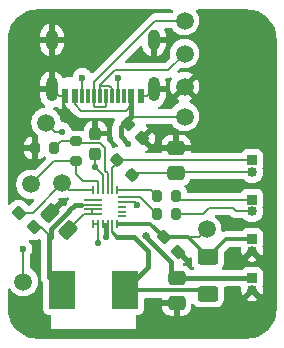
<source format=gbr>
%TF.GenerationSoftware,KiCad,Pcbnew,9.0.6*%
%TF.CreationDate,2025-12-26T02:16:26-08:00*%
%TF.ProjectId,NVG Monocular,4e564720-4d6f-46e6-9f63-756c61722e6b,rev?*%
%TF.SameCoordinates,Original*%
%TF.FileFunction,Copper,L1,Top*%
%TF.FilePolarity,Positive*%
%FSLAX46Y46*%
G04 Gerber Fmt 4.6, Leading zero omitted, Abs format (unit mm)*
G04 Created by KiCad (PCBNEW 9.0.6) date 2025-12-26 02:16:26*
%MOMM*%
%LPD*%
G01*
G04 APERTURE LIST*
G04 Aperture macros list*
%AMRoundRect*
0 Rectangle with rounded corners*
0 $1 Rounding radius*
0 $2 $3 $4 $5 $6 $7 $8 $9 X,Y pos of 4 corners*
0 Add a 4 corners polygon primitive as box body*
4,1,4,$2,$3,$4,$5,$6,$7,$8,$9,$2,$3,0*
0 Add four circle primitives for the rounded corners*
1,1,$1+$1,$2,$3*
1,1,$1+$1,$4,$5*
1,1,$1+$1,$6,$7*
1,1,$1+$1,$8,$9*
0 Add four rect primitives between the rounded corners*
20,1,$1+$1,$2,$3,$4,$5,0*
20,1,$1+$1,$4,$5,$6,$7,0*
20,1,$1+$1,$6,$7,$8,$9,0*
20,1,$1+$1,$8,$9,$2,$3,0*%
G04 Aperture macros list end*
%TA.AperFunction,SMDPad,CuDef*%
%ADD10C,1.500000*%
%TD*%
%TA.AperFunction,SMDPad,CuDef*%
%ADD11RoundRect,0.237500X-0.380070X0.044194X0.044194X-0.380070X0.380070X-0.044194X-0.044194X0.380070X0*%
%TD*%
%TA.AperFunction,SMDPad,CuDef*%
%ADD12RoundRect,0.250000X-0.475000X0.337500X-0.475000X-0.337500X0.475000X-0.337500X0.475000X0.337500X0*%
%TD*%
%TA.AperFunction,SMDPad,CuDef*%
%ADD13RoundRect,0.237500X-0.344715X0.008839X0.008839X-0.344715X0.344715X-0.008839X-0.008839X0.344715X0*%
%TD*%
%TA.AperFunction,SMDPad,CuDef*%
%ADD14RoundRect,0.200000X0.200000X0.275000X-0.200000X0.275000X-0.200000X-0.275000X0.200000X-0.275000X0*%
%TD*%
%TA.AperFunction,SMDPad,CuDef*%
%ADD15R,1.498600X0.203200*%
%TD*%
%TA.AperFunction,SMDPad,CuDef*%
%ADD16R,0.203200X0.711200*%
%TD*%
%TA.AperFunction,SMDPad,CuDef*%
%ADD17R,0.711200X0.203200*%
%TD*%
%TA.AperFunction,SMDPad,CuDef*%
%ADD18RoundRect,0.237500X0.237500X-0.300000X0.237500X0.300000X-0.237500X0.300000X-0.237500X-0.300000X0*%
%TD*%
%TA.AperFunction,ComponentPad*%
%ADD19R,0.850000X0.850000*%
%TD*%
%TA.AperFunction,ComponentPad*%
%ADD20C,0.850000*%
%TD*%
%TA.AperFunction,SMDPad,CuDef*%
%ADD21RoundRect,0.200000X-0.200000X-0.275000X0.200000X-0.275000X0.200000X0.275000X-0.200000X0.275000X0*%
%TD*%
%TA.AperFunction,SMDPad,CuDef*%
%ADD22RoundRect,0.250000X-0.625000X0.400000X-0.625000X-0.400000X0.625000X-0.400000X0.625000X0.400000X0*%
%TD*%
%TA.AperFunction,SMDPad,CuDef*%
%ADD23RoundRect,0.250000X0.574524X0.097227X0.097227X0.574524X-0.574524X-0.097227X-0.097227X-0.574524X0*%
%TD*%
%TA.AperFunction,SMDPad,CuDef*%
%ADD24RoundRect,0.250000X0.475000X-0.337500X0.475000X0.337500X-0.475000X0.337500X-0.475000X-0.337500X0*%
%TD*%
%TA.AperFunction,SMDPad,CuDef*%
%ADD25RoundRect,0.200000X0.275000X-0.200000X0.275000X0.200000X-0.275000X0.200000X-0.275000X-0.200000X0*%
%TD*%
%TA.AperFunction,SMDPad,CuDef*%
%ADD26R,2.235200X3.175000*%
%TD*%
%TA.AperFunction,SMDPad,CuDef*%
%ADD27R,0.600000X1.150000*%
%TD*%
%TA.AperFunction,SMDPad,CuDef*%
%ADD28R,0.300000X1.150000*%
%TD*%
%TA.AperFunction,ComponentPad*%
%ADD29O,1.000000X2.100000*%
%TD*%
%TA.AperFunction,ComponentPad*%
%ADD30O,1.000000X1.800000*%
%TD*%
%TA.AperFunction,ViaPad*%
%ADD31C,0.600000*%
%TD*%
%TA.AperFunction,ViaPad*%
%ADD32C,0.533400*%
%TD*%
%TA.AperFunction,ViaPad*%
%ADD33C,0.635000*%
%TD*%
%TA.AperFunction,Conductor*%
%ADD34C,0.200000*%
%TD*%
%TA.AperFunction,Conductor*%
%ADD35C,0.304800*%
%TD*%
%TA.AperFunction,Conductor*%
%ADD36C,0.177800*%
%TD*%
%TA.AperFunction,Conductor*%
%ADD37C,0.381000*%
%TD*%
%TA.AperFunction,Conductor*%
%ADD38C,0.254000*%
%TD*%
G04 APERTURE END LIST*
D10*
%TO.P,TP8,1,1*%
%TO.N,Net-(U1-VRNTC)*%
X140208000Y-88036400D03*
%TD*%
D11*
%TO.P,C2,1*%
%TO.N,/BATT+*%
X151434520Y-92506520D03*
%TO.P,C2,2*%
%TO.N,GND*%
X152654280Y-93726280D03*
%TD*%
D12*
%TO.P,C3,1*%
%TO.N,/6_SYS*%
X152552400Y-95990500D03*
%TO.P,C3,2*%
%TO.N,GND*%
X152552400Y-98065500D03*
%TD*%
D10*
%TO.P,TP3,1,1*%
%TO.N,/D-*%
X153212800Y-76962000D03*
%TD*%
D13*
%TO.P,R8,1*%
%TO.N,Net-(J3-Pin_1)*%
X147487565Y-85968765D03*
%TO.P,R8,2*%
%TO.N,Net-(J3-Pin_2)*%
X148778035Y-87259235D03*
%TD*%
D14*
%TO.P,R7,1*%
%TO.N,Net-(U1-NTC)*%
X142176000Y-84963000D03*
%TO.P,R7,2*%
%TO.N,GND*%
X140526000Y-84963000D03*
%TD*%
D10*
%TO.P,TP7,1,1*%
%TO.N,/VCC*%
X141478000Y-82804000D03*
%TD*%
D15*
%TO.P,U1,1,PGND*%
%TO.N,GND*%
X145449999Y-89349999D03*
%TO.P,U1,2,SW*%
%TO.N,Net-(U1-SW)*%
X145449999Y-89750001D03*
%TO.P,U1,3,PMID*%
%TO.N,Net-(U1-PMID)*%
X145449999Y-90150000D03*
%TO.P,U1,4,SMID*%
X145449999Y-90549999D03*
D16*
%TO.P,U1,5,SYS*%
%TO.N,/6_SYS*%
X145499998Y-91400000D03*
%TO.P,U1,6,SYS*%
X145900000Y-91400000D03*
%TO.P,U1,7,IN*%
%TO.N,/8_IN*%
X146299999Y-91400000D03*
%TO.P,U1,8,IN*%
X146699999Y-91400000D03*
%TO.P,U1,9,CSP*%
%TO.N,Net-(U1-CSP)*%
X147099998Y-91400000D03*
%TO.P,U1,10,BATT*%
%TO.N,/BATT+*%
X147500000Y-91400000D03*
D17*
%TO.P,U1,11,AGND*%
%TO.N,GND*%
X147949999Y-90750001D03*
%TO.P,U1,12,DP*%
%TO.N,unconnected-(U1-DP-Pad12)*%
X147949999Y-90349999D03*
%TO.P,U1,13,DM*%
%TO.N,unconnected-(U1-DM-Pad13)*%
X147949999Y-89950000D03*
%TO.P,U1,14,INT*%
%TO.N,/INT*%
X147949999Y-89550001D03*
%TO.P,U1,15,SCL*%
%TO.N,Net-(U1-SCL)*%
X147949999Y-89149999D03*
D16*
%TO.P,U1,16,SDA*%
%TO.N,Net-(U1-SDA)*%
X147500000Y-88500000D03*
%TO.P,U1,17,IB*%
%TO.N,Net-(J3-Pin_1)*%
X147099998Y-88500000D03*
%TO.P,U1,18,NTC*%
%TO.N,Net-(U1-NTC)*%
X146699999Y-88500000D03*
%TO.P,U1,19,VCC*%
%TO.N,/VCC*%
X146299999Y-88500000D03*
%TO.P,U1,20,VRNTC*%
%TO.N,Net-(U1-VRNTC)*%
X145900000Y-88500000D03*
%TO.P,U1,21,BST*%
%TO.N,Net-(U1-BST)*%
X145499998Y-88500000D03*
%TD*%
D10*
%TO.P,TP2,1,1*%
%TO.N,/BATT+*%
X155092400Y-91846400D03*
%TD*%
D18*
%TO.P,C7,1*%
%TO.N,/VCC*%
X145669000Y-85462500D03*
%TO.P,C7,2*%
%TO.N,GND*%
X145669000Y-83737500D03*
%TD*%
D19*
%TO.P,J4,1,Pin_1*%
%TO.N,/BATT+*%
X158931600Y-92660000D03*
D20*
%TO.P,J4,2,Pin_2*%
%TO.N,GND*%
X158931600Y-93660000D03*
%TD*%
D10*
%TO.P,TP6,1,1*%
%TO.N,/INT*%
X139573000Y-96266000D03*
%TD*%
D19*
%TO.P,N1,1,5V*%
%TO.N,/6_SYS*%
X158931600Y-95990000D03*
D20*
%TO.P,N1,2,GND*%
%TO.N,GND*%
X158931600Y-96990000D03*
%TD*%
D19*
%TO.P,J1,1,Pin_1*%
%TO.N,/SDA*%
X158931600Y-89330000D03*
D20*
%TO.P,J1,2,Pin_2*%
%TO.N,/SCL*%
X158931600Y-90330000D03*
%TD*%
D21*
%TO.P,R5,1*%
%TO.N,Net-(U1-SCL)*%
X150850001Y-90576400D03*
%TO.P,R5,2*%
%TO.N,/SCL*%
X152500001Y-90576400D03*
%TD*%
%TO.P,R4,1*%
%TO.N,Net-(U1-SDA)*%
X150850001Y-89000000D03*
%TO.P,R4,2*%
%TO.N,/SDA*%
X152500001Y-89000000D03*
%TD*%
D19*
%TO.P,J3,1,Pin_1*%
%TO.N,Net-(J3-Pin_1)*%
X158931600Y-86000000D03*
D20*
%TO.P,J3,2,Pin_2*%
%TO.N,Net-(J3-Pin_2)*%
X158931600Y-87000000D03*
%TD*%
D11*
%TO.P,C5,1*%
%TO.N,Net-(U1-BST)*%
X139217120Y-90449120D03*
%TO.P,C5,2*%
%TO.N,Net-(U1-SW)*%
X140436880Y-91668880D03*
%TD*%
D22*
%TO.P,R2,1*%
%TO.N,/BATT+*%
X155194000Y-94208000D03*
%TO.P,R2,2*%
%TO.N,Net-(U1-CSP)*%
X155194000Y-97308000D03*
%TD*%
D10*
%TO.P,TP9,1,1*%
%TO.N,GND*%
X153212800Y-79756000D03*
%TD*%
%TO.P,TP1,1,1*%
%TO.N,/8_IN*%
X153212800Y-82296000D03*
%TD*%
D23*
%TO.P,C4,1*%
%TO.N,Net-(U1-PMID)*%
X143329223Y-91919623D03*
%TO.P,C4,2*%
%TO.N,GND*%
X141861977Y-90452377D03*
%TD*%
D10*
%TO.P,TP5,1,1*%
%TO.N,Net-(U1-BST)*%
X142849600Y-87960200D03*
%TD*%
D24*
%TO.P,C6,1*%
%TO.N,Net-(J3-Pin_2)*%
X152501600Y-87041900D03*
%TO.P,C6,2*%
%TO.N,GND*%
X152501600Y-84966900D03*
%TD*%
D25*
%TO.P,R6,1*%
%TO.N,Net-(U1-VRNTC)*%
X144018000Y-86042000D03*
%TO.P,R6,2*%
%TO.N,Net-(U1-NTC)*%
X144018000Y-84392000D03*
%TD*%
D10*
%TO.P,TP4,1,1*%
%TO.N,/D+*%
X153212800Y-74168000D03*
%TD*%
D26*
%TO.P,L1,1,1*%
%TO.N,Net-(U1-CSP)*%
X148154300Y-97000000D03*
%TO.P,L1,2,2*%
%TO.N,Net-(U1-SW)*%
X142845700Y-97000000D03*
%TD*%
D27*
%TO.P,J2,A1_B12,GND*%
%TO.N,GND*%
X149504000Y-80574000D03*
%TO.P,J2,A4_B9,VBUS*%
%TO.N,/8_IN*%
X148704000Y-80574000D03*
D28*
%TO.P,J2,A5,CC1*%
%TO.N,Net-(J2-CC1)*%
X147554000Y-80574000D03*
%TO.P,J2,A6,DP1*%
%TO.N,/D+*%
X146554000Y-80574000D03*
%TO.P,J2,A7,DN1*%
%TO.N,/D-*%
X146054000Y-80574000D03*
%TO.P,J2,A8,SBU1*%
%TO.N,unconnected-(J2-SBU1-PadA8)*%
X145054000Y-80574000D03*
D27*
%TO.P,J2,B1_A12,GND__1*%
%TO.N,GND*%
X143104000Y-80574000D03*
%TO.P,J2,B4_A9,VBUS__1*%
%TO.N,/8_IN*%
X143904000Y-80574000D03*
D28*
%TO.P,J2,B5,CC2*%
%TO.N,Net-(J2-CC2)*%
X144554000Y-80574000D03*
%TO.P,J2,B6,DP2*%
%TO.N,/D+*%
X145554000Y-80574000D03*
%TO.P,J2,B7,DN2*%
%TO.N,/D-*%
X147054000Y-80574000D03*
%TO.P,J2,B8,SBU2*%
%TO.N,unconnected-(J2-SBU2-PadB8)*%
X148054000Y-80574000D03*
D29*
%TO.P,J2,SH1,SHELL_GND*%
%TO.N,GND*%
X150624000Y-79999000D03*
%TO.P,J2,SH2,SHELL_GND__1*%
X141984000Y-79999000D03*
D30*
%TO.P,J2,SH3,SHELL_GND__2*%
X150624000Y-75819000D03*
%TO.P,J2,SH4,SHELL_GND__3*%
X141984000Y-75819000D03*
%TD*%
D11*
%TO.P,C1,1*%
%TO.N,/8_IN*%
X148390120Y-82890120D03*
%TO.P,C1,2*%
%TO.N,GND*%
X149609880Y-84109880D03*
%TD*%
D31*
%TO.N,GND*%
X158000000Y-100500000D03*
X157000000Y-100500000D03*
X156000000Y-100500000D03*
X155200000Y-88200000D03*
X139600000Y-79300000D03*
X153500000Y-94700000D03*
X159900000Y-77500000D03*
X139600000Y-75300000D03*
X139600000Y-80300000D03*
X139600000Y-77300000D03*
X158300000Y-83900000D03*
X159900000Y-79500000D03*
X157300000Y-83900000D03*
X139600000Y-78300000D03*
X154200000Y-88200000D03*
X155000000Y-100500000D03*
X159900000Y-81500000D03*
X152000000Y-100500000D03*
X155300000Y-83900000D03*
X156200000Y-88200000D03*
X143000000Y-89600000D03*
X159900000Y-80500000D03*
X154000000Y-100500000D03*
X159900000Y-78500000D03*
X143300000Y-82100000D03*
X159900000Y-75500000D03*
X153000000Y-100500000D03*
X159900000Y-76500000D03*
X156300000Y-83900000D03*
X139600000Y-81300000D03*
X139600000Y-76300000D03*
D32*
%TO.N,/VCC*%
X142875000Y-83566000D03*
X145669000Y-86604500D03*
%TO.N,/8_IN*%
X146558000Y-92456000D03*
X148463000Y-84582000D03*
D33*
%TO.N,/6_SYS*%
X149913901Y-92402099D03*
D32*
X145897399Y-92989199D03*
D31*
%TO.N,/INT*%
X149225000Y-89789000D03*
X139500000Y-93500000D03*
%TO.N,Net-(J2-CC2)*%
X144551400Y-78994000D03*
%TO.N,Net-(J2-CC1)*%
X147548600Y-78994000D03*
%TD*%
D34*
%TO.N,GND*%
X142559000Y-80574000D02*
X141984000Y-79999000D01*
X143104000Y-80574000D02*
X142559000Y-80574000D01*
X150049000Y-80574000D02*
X150624000Y-79999000D01*
X149504000Y-80574000D02*
X150049000Y-80574000D01*
D35*
%TO.N,/BATT+*%
X151434520Y-92506520D02*
X153492521Y-92506520D01*
X153492521Y-92506520D02*
X155194000Y-94207999D01*
X151434520Y-92506520D02*
X150317200Y-91389200D01*
D34*
X154432280Y-92506520D02*
X153492521Y-92506520D01*
X155092400Y-91846400D02*
X154432280Y-92506520D01*
D35*
X156197000Y-93205000D02*
X156741999Y-92660000D01*
D36*
X158880800Y-92710800D02*
X158931600Y-92660000D01*
D35*
X155194000Y-94207999D02*
X156197000Y-93205000D01*
X156741999Y-92660000D02*
X158931600Y-92660000D01*
X150317200Y-91389200D02*
X147554998Y-91389200D01*
X147554998Y-91389200D02*
X147554998Y-91400000D01*
D36*
%TO.N,/VCC*%
X145669000Y-86587500D02*
X146299999Y-87218499D01*
D34*
X145669000Y-85462500D02*
X145669000Y-86604500D01*
D36*
X146299999Y-87218499D02*
X146299999Y-88500000D01*
X142240000Y-83566000D02*
X141478000Y-82804000D01*
X142875000Y-83566000D02*
X142240000Y-83566000D01*
D34*
%TO.N,Net-(U1-BST)*%
X139217120Y-90449120D02*
X140360680Y-90449120D01*
X145478400Y-88519000D02*
X145497400Y-88500000D01*
X140360680Y-90449120D02*
X142849600Y-87960200D01*
X143408400Y-88519000D02*
X145478400Y-88519000D01*
X142849600Y-87960200D02*
X143408400Y-88519000D01*
D37*
%TO.N,Net-(U1-SW)*%
X141884400Y-92456000D02*
X141884400Y-92250000D01*
X143459200Y-90271600D02*
X143459200Y-90252899D01*
D34*
X141097280Y-91668880D02*
X141884400Y-92456000D01*
D36*
X144419298Y-89750001D02*
X145449999Y-89750001D01*
D37*
X143459200Y-90252899D02*
X143962098Y-89750001D01*
D34*
X140436880Y-91668880D02*
X141097280Y-91668880D01*
D37*
X141884400Y-91846400D02*
X143459200Y-90271600D01*
X141884400Y-92250000D02*
X141739800Y-92394600D01*
X141739800Y-92394600D02*
X141739800Y-95894100D01*
X141884400Y-92250000D02*
X141884400Y-91846400D01*
X141739800Y-95894100D02*
X142845700Y-97000000D01*
X143962098Y-89750001D02*
X144419298Y-89750001D01*
D34*
%TO.N,Net-(U1-PMID)*%
X143329223Y-91919623D02*
X144698847Y-90549999D01*
X145416001Y-90516001D02*
X145416001Y-90183998D01*
X145449999Y-90549999D02*
X145416001Y-90516001D01*
X145416001Y-90183998D02*
X145447398Y-90152601D01*
X144698847Y-90549999D02*
X145449999Y-90549999D01*
X145447398Y-90152601D02*
X145449999Y-90152601D01*
D37*
%TO.N,/8_IN*%
X147801500Y-83185000D02*
X148704000Y-82282500D01*
D34*
X148704000Y-81349000D02*
X148704000Y-80574000D01*
D37*
X148704000Y-82282500D02*
X148704000Y-80574000D01*
D34*
X143904000Y-81251000D02*
X144453000Y-81800000D01*
D37*
X146558000Y-91821000D02*
X146558000Y-91539398D01*
D34*
X145418700Y-81800000D02*
X145469700Y-81851000D01*
D37*
X148690500Y-82296000D02*
X147801500Y-83185000D01*
D34*
X143904000Y-80574000D02*
X143904000Y-81251000D01*
X153212800Y-82296000D02*
X148817500Y-82296000D01*
D36*
X146699999Y-91400000D02*
X146299999Y-91400000D01*
D34*
X144453000Y-81800000D02*
X145418700Y-81800000D01*
D37*
X147801500Y-83920500D02*
X148463000Y-84582000D01*
X146558000Y-92456000D02*
X146558000Y-91821000D01*
D34*
X145469700Y-81851000D02*
X146671100Y-81851000D01*
X148253000Y-81800000D02*
X148704000Y-81349000D01*
X148817500Y-82296000D02*
X148309500Y-82804000D01*
D37*
X147801500Y-83185000D02*
X147801500Y-83920500D01*
D34*
X146671100Y-81851000D02*
X146722100Y-81800000D01*
X146722100Y-81800000D02*
X148253000Y-81800000D01*
D37*
%TO.N,/6_SYS*%
X152378000Y-95990000D02*
X158931600Y-95990000D01*
D34*
X145897399Y-91400000D02*
X145499998Y-91400000D01*
D37*
X149913901Y-92459101D02*
X152044400Y-94589600D01*
X152044400Y-94589600D02*
X152044400Y-95656400D01*
D34*
X145897399Y-92989199D02*
X145897399Y-91400000D01*
D37*
X149913901Y-92402099D02*
X149913901Y-92459101D01*
X152044400Y-95656400D02*
X152378000Y-95990000D01*
D34*
%TO.N,/D-*%
X147299657Y-78393000D02*
X146054000Y-79638657D01*
X146054000Y-79638657D02*
X146054000Y-79747000D01*
X146054000Y-79747000D02*
X146054000Y-80574000D01*
X147054000Y-79921800D02*
X147054000Y-80574000D01*
X146830200Y-79698000D02*
X147054000Y-79921800D01*
X146103000Y-79698000D02*
X146054000Y-79747000D01*
X153212800Y-76962000D02*
X151781800Y-78393000D01*
X151781800Y-78393000D02*
X147299657Y-78393000D01*
X146103000Y-79698000D02*
X146830200Y-79698000D01*
%TO.N,/D+*%
X145635800Y-81450000D02*
X145554000Y-81368200D01*
X153212800Y-74168000D02*
X150742215Y-74168000D01*
X145554000Y-81368200D02*
X145554000Y-80574000D01*
X145554000Y-79356215D02*
X145554000Y-80574000D01*
X150742215Y-74168000D02*
X145554000Y-79356215D01*
X146554000Y-80574000D02*
X146554000Y-81401000D01*
X146505000Y-81450000D02*
X145635800Y-81450000D01*
X146554000Y-81401000D02*
X146505000Y-81450000D01*
D36*
%TO.N,Net-(J3-Pin_2)*%
X152543500Y-87000000D02*
X158931600Y-87000000D01*
X148995370Y-87041900D02*
X148778035Y-87259235D01*
X152501600Y-87041900D02*
X152543500Y-87000000D01*
X152501600Y-87041900D02*
X148995370Y-87041900D01*
%TO.N,/SDA*%
X155030000Y-89330000D02*
X158931600Y-89330000D01*
X152830001Y-89330000D02*
X152500001Y-89000000D01*
X155000000Y-89330000D02*
X152830001Y-89330000D01*
%TO.N,/SCL*%
X155312400Y-90017600D02*
X154753600Y-90576400D01*
X157589200Y-90330000D02*
X157276800Y-90017600D01*
X154753600Y-90576400D02*
X152500001Y-90576400D01*
X158931600Y-90330000D02*
X157589200Y-90330000D01*
X157276800Y-90017600D02*
X155312400Y-90017600D01*
%TO.N,Net-(U1-CSP)*%
X147099998Y-91400000D02*
X147099998Y-92099998D01*
D35*
X155194000Y-97308001D02*
X154885999Y-97000000D01*
D37*
X150158600Y-93648062D02*
X150158600Y-94995700D01*
X150158600Y-94995700D02*
X148154300Y-97000000D01*
X148966538Y-92456000D02*
X150158600Y-93648062D01*
D35*
X154885999Y-97000000D02*
X149154300Y-97000000D01*
D38*
X147099998Y-92099998D02*
X147456000Y-92456000D01*
D37*
X147456000Y-92456000D02*
X148966538Y-92456000D01*
D36*
%TO.N,Net-(U1-SCL)*%
X149423600Y-89149999D02*
X147949999Y-89149999D01*
X150850001Y-90576400D02*
X149423600Y-89149999D01*
%TO.N,Net-(U1-SDA)*%
X150850001Y-89000000D02*
X150350001Y-88500000D01*
X150350001Y-88500000D02*
X147500000Y-88500000D01*
%TO.N,Net-(U1-VRNTC)*%
X145793998Y-87757000D02*
X144653000Y-87757000D01*
X145900000Y-87863002D02*
X145793998Y-87757000D01*
X144653000Y-87757000D02*
X144018000Y-87122000D01*
X144018000Y-87122000D02*
X144018000Y-86042000D01*
D34*
X142202400Y-86042000D02*
X144018000Y-86042000D01*
X140208000Y-88036400D02*
X142202400Y-86042000D01*
D36*
X145900000Y-88500000D02*
X145900000Y-87863002D01*
%TO.N,/INT*%
X148986001Y-89550001D02*
X147949999Y-89550001D01*
X139500000Y-94750000D02*
X139573000Y-94823000D01*
X139573000Y-94823000D02*
X139573000Y-96266000D01*
X139500000Y-93500000D02*
X139500000Y-94750000D01*
X149225000Y-89789000D02*
X148986001Y-89550001D01*
%TO.N,Net-(U1-NTC)*%
X144190900Y-84564900D02*
X146061336Y-84564900D01*
X146699999Y-87082795D02*
X146699999Y-88500000D01*
X146500000Y-85003564D02*
X146500000Y-86882796D01*
X144018000Y-84392000D02*
X142747000Y-84392000D01*
X142747000Y-84392000D02*
X142176000Y-84963000D01*
X144018000Y-84392000D02*
X144190900Y-84564900D01*
X146500000Y-86882796D02*
X146699999Y-87082795D01*
X146061336Y-84564900D02*
X146500000Y-85003564D01*
D34*
%TO.N,Net-(J2-CC2)*%
X144554000Y-80574000D02*
X144554000Y-78996600D01*
X144554000Y-78996600D02*
X144551400Y-78994000D01*
%TO.N,Net-(J2-CC1)*%
X147554000Y-80574000D02*
X147554000Y-78999400D01*
X147554000Y-78999400D02*
X147548600Y-78994000D01*
%TO.N,Net-(J3-Pin_1)*%
X158931600Y-86000000D02*
X155000000Y-86000000D01*
D36*
X147730800Y-86000000D02*
X147099998Y-86630802D01*
X155000000Y-86000000D02*
X147730800Y-86000000D01*
X147099998Y-86630802D02*
X147099998Y-88500000D01*
%TD*%
%TA.AperFunction,Conductor*%
%TO.N,GND*%
G36*
X158503036Y-73233626D02*
G01*
X158793324Y-73251185D01*
X158808188Y-73252990D01*
X159090552Y-73304735D01*
X159105089Y-73308318D01*
X159379146Y-73393718D01*
X159393137Y-73399023D01*
X159654926Y-73516844D01*
X159668172Y-73523797D01*
X159913844Y-73672311D01*
X159926155Y-73680809D01*
X160077378Y-73799284D01*
X160152133Y-73857851D01*
X160163341Y-73867781D01*
X160366318Y-74070758D01*
X160376248Y-74081966D01*
X160553286Y-74307938D01*
X160561790Y-74320259D01*
X160710299Y-74565921D01*
X160717258Y-74579180D01*
X160835074Y-74840957D01*
X160840383Y-74854958D01*
X160925780Y-75129009D01*
X160929364Y-75143547D01*
X160981109Y-75425911D01*
X160982914Y-75440776D01*
X161000474Y-75731063D01*
X161000700Y-75738550D01*
X161000700Y-98599049D01*
X161000474Y-98606536D01*
X160982914Y-98896823D01*
X160981109Y-98911688D01*
X160929364Y-99194052D01*
X160925780Y-99208590D01*
X160840383Y-99482641D01*
X160835074Y-99496642D01*
X160717258Y-99758419D01*
X160710299Y-99771678D01*
X160561792Y-100017338D01*
X160553286Y-100029661D01*
X160376248Y-100255633D01*
X160366318Y-100266841D01*
X160163341Y-100469818D01*
X160152133Y-100479748D01*
X159926161Y-100656786D01*
X159913838Y-100665292D01*
X159668178Y-100813799D01*
X159654919Y-100820758D01*
X159393142Y-100938574D01*
X159379141Y-100943883D01*
X159105090Y-101029280D01*
X159090552Y-101032864D01*
X158808188Y-101084609D01*
X158793323Y-101086414D01*
X158503036Y-101103974D01*
X158495549Y-101104200D01*
X140757851Y-101104200D01*
X140750364Y-101103974D01*
X140460076Y-101086414D01*
X140445211Y-101084609D01*
X140162847Y-101032864D01*
X140148309Y-101029280D01*
X139874258Y-100943883D01*
X139860257Y-100938574D01*
X139598480Y-100820758D01*
X139585221Y-100813799D01*
X139339561Y-100665292D01*
X139327238Y-100656786D01*
X139101266Y-100479748D01*
X139090058Y-100469818D01*
X138887081Y-100266841D01*
X138877151Y-100255633D01*
X138700113Y-100029661D01*
X138691611Y-100017344D01*
X138543097Y-99771672D01*
X138536144Y-99758426D01*
X138418323Y-99496637D01*
X138413016Y-99482641D01*
X138327619Y-99208590D01*
X138324035Y-99194052D01*
X138272290Y-98911688D01*
X138270485Y-98896823D01*
X138252926Y-98606536D01*
X138252700Y-98599049D01*
X138252700Y-96945726D01*
X138272385Y-96878687D01*
X138325189Y-96832932D01*
X138394347Y-96822988D01*
X138457903Y-96852013D01*
X138487185Y-96889432D01*
X138503474Y-96921403D01*
X138521146Y-96945726D01*
X138619172Y-97080646D01*
X138758354Y-97219828D01*
X138917595Y-97335524D01*
X139000455Y-97377743D01*
X139092970Y-97424882D01*
X139092972Y-97424882D01*
X139092975Y-97424884D01*
X139193317Y-97457487D01*
X139280173Y-97485709D01*
X139474578Y-97516500D01*
X139474583Y-97516500D01*
X139671422Y-97516500D01*
X139865826Y-97485709D01*
X140053025Y-97424884D01*
X140228405Y-97335524D01*
X140387646Y-97219828D01*
X140526828Y-97080646D01*
X140642524Y-96921405D01*
X140731884Y-96746025D01*
X140792709Y-96558826D01*
X140807905Y-96462883D01*
X140823500Y-96364422D01*
X140823500Y-96167577D01*
X140792709Y-95973173D01*
X140731882Y-95785970D01*
X140642523Y-95610594D01*
X140636999Y-95602991D01*
X140526828Y-95451354D01*
X140387646Y-95312172D01*
X140369081Y-95298684D01*
X140342422Y-95279315D01*
X140228405Y-95196476D01*
X140228403Y-95196475D01*
X140228399Y-95196472D01*
X140224239Y-95193922D01*
X140225058Y-95192584D01*
X140179294Y-95149340D01*
X140162400Y-95086856D01*
X140162400Y-94745406D01*
X140162400Y-94745404D01*
X140122233Y-94595500D01*
X140115421Y-94583702D01*
X140106012Y-94567404D01*
X140089400Y-94505405D01*
X140089400Y-94094040D01*
X140109085Y-94027001D01*
X140118432Y-94015416D01*
X140117924Y-94014999D01*
X140121784Y-94010293D01*
X140121789Y-94010289D01*
X140209394Y-93879179D01*
X140212393Y-93871940D01*
X140264117Y-93747065D01*
X140269737Y-93733497D01*
X140300500Y-93578842D01*
X140300500Y-93421158D01*
X140300500Y-93421155D01*
X140300499Y-93421153D01*
X140269737Y-93266503D01*
X140269735Y-93266498D01*
X140209397Y-93120827D01*
X140209390Y-93120814D01*
X140121789Y-92989711D01*
X140121786Y-92989707D01*
X140071803Y-92939724D01*
X140038318Y-92878401D01*
X140043302Y-92808709D01*
X140085174Y-92752776D01*
X140150638Y-92728359D01*
X140215133Y-92741231D01*
X140226942Y-92747162D01*
X140226948Y-92747165D01*
X140394813Y-92786950D01*
X140394814Y-92786950D01*
X140567331Y-92786950D01*
X140567334Y-92786950D01*
X140735203Y-92747164D01*
X140869149Y-92679893D01*
X140937892Y-92667397D01*
X141002478Y-92694049D01*
X141042402Y-92751389D01*
X141048800Y-92790704D01*
X141048800Y-95826043D01*
X141048800Y-95962157D01*
X141048800Y-95962159D01*
X141048799Y-95962159D01*
X141075353Y-96095651D01*
X141075356Y-96095661D01*
X141127442Y-96221409D01*
X141127444Y-96221412D01*
X141206449Y-96339652D01*
X141204122Y-96341206D01*
X141226760Y-96394440D01*
X141227600Y-96408850D01*
X141227600Y-98635370D01*
X141227601Y-98635376D01*
X141234008Y-98694983D01*
X141284302Y-98829828D01*
X141284306Y-98829835D01*
X141370552Y-98945044D01*
X141370555Y-98945047D01*
X141485764Y-99031293D01*
X141485771Y-99031297D01*
X141530718Y-99048061D01*
X141620617Y-99081591D01*
X141680227Y-99088000D01*
X141807300Y-99087999D01*
X141874339Y-99107683D01*
X141920094Y-99160487D01*
X141931300Y-99211999D01*
X141931300Y-100314700D01*
X149068700Y-100314700D01*
X149068700Y-99211999D01*
X149088385Y-99144960D01*
X149141189Y-99099205D01*
X149192700Y-99087999D01*
X149319771Y-99087999D01*
X149319772Y-99087999D01*
X149379383Y-99081591D01*
X149514231Y-99031296D01*
X149629446Y-98945046D01*
X149715696Y-98829831D01*
X149765991Y-98694983D01*
X149772400Y-98635373D01*
X149772400Y-98452986D01*
X151327401Y-98452986D01*
X151337894Y-98555697D01*
X151393041Y-98722119D01*
X151393043Y-98722124D01*
X151485084Y-98871345D01*
X151609054Y-98995315D01*
X151758275Y-99087356D01*
X151758280Y-99087358D01*
X151924702Y-99142505D01*
X151924709Y-99142506D01*
X152027419Y-99152999D01*
X152302399Y-99152999D01*
X152302400Y-99152998D01*
X152302400Y-98315500D01*
X151327401Y-98315500D01*
X151327401Y-98452986D01*
X149772400Y-98452986D01*
X149772400Y-97776900D01*
X149792085Y-97709861D01*
X149844889Y-97664106D01*
X149896400Y-97652900D01*
X151203400Y-97652900D01*
X151270439Y-97672585D01*
X151316194Y-97725389D01*
X151327400Y-97776900D01*
X151327400Y-97815500D01*
X152428400Y-97815500D01*
X152495439Y-97835185D01*
X152541194Y-97887989D01*
X152552400Y-97939500D01*
X152552400Y-98065500D01*
X152678400Y-98065500D01*
X152745439Y-98085185D01*
X152791194Y-98137989D01*
X152802400Y-98189500D01*
X152802400Y-99152999D01*
X153077372Y-99152999D01*
X153077386Y-99152998D01*
X153180097Y-99142505D01*
X153346519Y-99087358D01*
X153346524Y-99087356D01*
X153495745Y-98995315D01*
X153619715Y-98871345D01*
X153711756Y-98722124D01*
X153711758Y-98722119D01*
X153766905Y-98555697D01*
X153766906Y-98555690D01*
X153777399Y-98452986D01*
X153777399Y-98277130D01*
X153797083Y-98210090D01*
X153849887Y-98164335D01*
X153919045Y-98154391D01*
X153982601Y-98183416D01*
X153989080Y-98189448D01*
X154100344Y-98300712D01*
X154249666Y-98392814D01*
X154416203Y-98447999D01*
X154518991Y-98458500D01*
X155869008Y-98458499D01*
X155971797Y-98447999D01*
X156138334Y-98392814D01*
X156287656Y-98300712D01*
X156411712Y-98176656D01*
X156503814Y-98027334D01*
X156558999Y-97860797D01*
X156565363Y-97798500D01*
X158476650Y-97798500D01*
X158493449Y-97809725D01*
X158493455Y-97809728D01*
X158661782Y-97879451D01*
X158661794Y-97879454D01*
X158840490Y-97914999D01*
X158840494Y-97915000D01*
X159022706Y-97915000D01*
X159022709Y-97914999D01*
X159201405Y-97879454D01*
X159201413Y-97879452D01*
X159369751Y-97809724D01*
X159369754Y-97809723D01*
X159386547Y-97798500D01*
X159386548Y-97798500D01*
X158931601Y-97343553D01*
X158931600Y-97343553D01*
X158476650Y-97798500D01*
X156565363Y-97798500D01*
X156569500Y-97758009D01*
X156569499Y-96857992D01*
X156565373Y-96817601D01*
X156578143Y-96748909D01*
X156626023Y-96698025D01*
X156688731Y-96681000D01*
X157898847Y-96681000D01*
X157965886Y-96700685D01*
X158011641Y-96753489D01*
X158021585Y-96822647D01*
X158020465Y-96829190D01*
X158006600Y-96898896D01*
X158006600Y-97081109D01*
X158042145Y-97259805D01*
X158042148Y-97259817D01*
X158111871Y-97428145D01*
X158123098Y-97444947D01*
X158616227Y-96951818D01*
X158643154Y-96937114D01*
X158668973Y-96920522D01*
X158675173Y-96919630D01*
X158677550Y-96918333D01*
X158691299Y-96916854D01*
X158681600Y-96940272D01*
X158681600Y-97039728D01*
X158719660Y-97131614D01*
X158789986Y-97201940D01*
X158881872Y-97240000D01*
X158981328Y-97240000D01*
X159073214Y-97201940D01*
X159143540Y-97131614D01*
X159181600Y-97039728D01*
X159181600Y-96940272D01*
X159173007Y-96919526D01*
X159226330Y-96935184D01*
X159246972Y-96951818D01*
X159740100Y-97444948D01*
X159751324Y-97428152D01*
X159751324Y-97428151D01*
X159821052Y-97259813D01*
X159821054Y-97259805D01*
X159856599Y-97081109D01*
X159856600Y-97081106D01*
X159856600Y-96898894D01*
X159856599Y-96898890D01*
X159821054Y-96720194D01*
X159821051Y-96720182D01*
X159816517Y-96709235D01*
X159809050Y-96639766D01*
X159814897Y-96618452D01*
X159850691Y-96522482D01*
X159857100Y-96462873D01*
X159857099Y-95517128D01*
X159850691Y-95457517D01*
X159848392Y-95451354D01*
X159800397Y-95322671D01*
X159800393Y-95322664D01*
X159714147Y-95207455D01*
X159714144Y-95207452D01*
X159598935Y-95121206D01*
X159598928Y-95121202D01*
X159464082Y-95070908D01*
X159464083Y-95070908D01*
X159404483Y-95064501D01*
X159404481Y-95064500D01*
X159404473Y-95064500D01*
X159404464Y-95064500D01*
X158458729Y-95064500D01*
X158458723Y-95064501D01*
X158399116Y-95070908D01*
X158264271Y-95121202D01*
X158264264Y-95121206D01*
X158149055Y-95207452D01*
X158117719Y-95249312D01*
X158061785Y-95291182D01*
X158018453Y-95299000D01*
X156488730Y-95299000D01*
X156421691Y-95279315D01*
X156375936Y-95226511D01*
X156365992Y-95157353D01*
X156395017Y-95093797D01*
X156401049Y-95087319D01*
X156401512Y-95086856D01*
X156411712Y-95076656D01*
X156503814Y-94927334D01*
X156558999Y-94760797D01*
X156569500Y-94658009D01*
X156569500Y-94468500D01*
X158476650Y-94468500D01*
X158493449Y-94479725D01*
X158493455Y-94479728D01*
X158661782Y-94549451D01*
X158661794Y-94549454D01*
X158840490Y-94584999D01*
X158840494Y-94585000D01*
X159022706Y-94585000D01*
X159022709Y-94584999D01*
X159201405Y-94549454D01*
X159201413Y-94549452D01*
X159369751Y-94479724D01*
X159369754Y-94479723D01*
X159386547Y-94468500D01*
X159386548Y-94468500D01*
X158931601Y-94013553D01*
X158931600Y-94013553D01*
X158476650Y-94468500D01*
X156569500Y-94468500D01*
X156569499Y-94206004D01*
X156569499Y-93807203D01*
X156578143Y-93777760D01*
X156584666Y-93747777D01*
X156588420Y-93742761D01*
X156589183Y-93740164D01*
X156605817Y-93719523D01*
X156605818Y-93719521D01*
X156615611Y-93709728D01*
X156704140Y-93621200D01*
X156704140Y-93621199D01*
X156976120Y-93349219D01*
X157037443Y-93315734D01*
X157063801Y-93312900D01*
X157906426Y-93312900D01*
X157973465Y-93332585D01*
X158019220Y-93385389D01*
X158029164Y-93454547D01*
X158028043Y-93461091D01*
X158006600Y-93568890D01*
X158006600Y-93751109D01*
X158042145Y-93929805D01*
X158042148Y-93929817D01*
X158111871Y-94098145D01*
X158123098Y-94114947D01*
X158616227Y-93621818D01*
X158643154Y-93607114D01*
X158668973Y-93590522D01*
X158675173Y-93589630D01*
X158677550Y-93588333D01*
X158691299Y-93586854D01*
X158681600Y-93610272D01*
X158681600Y-93709728D01*
X158719660Y-93801614D01*
X158789986Y-93871940D01*
X158881872Y-93910000D01*
X158981328Y-93910000D01*
X159073214Y-93871940D01*
X159143540Y-93801614D01*
X159181600Y-93709728D01*
X159181600Y-93610272D01*
X159173007Y-93589526D01*
X159226330Y-93605184D01*
X159246972Y-93621818D01*
X159740100Y-94114948D01*
X159751324Y-94098152D01*
X159751324Y-94098151D01*
X159821052Y-93929813D01*
X159821054Y-93929805D01*
X159856599Y-93751109D01*
X159856600Y-93751106D01*
X159856600Y-93568894D01*
X159856599Y-93568890D01*
X159821054Y-93390194D01*
X159821051Y-93390182D01*
X159816517Y-93379235D01*
X159809050Y-93309766D01*
X159814897Y-93288452D01*
X159843841Y-93210849D01*
X159850691Y-93192483D01*
X159857100Y-93132873D01*
X159857099Y-92187128D01*
X159850691Y-92127517D01*
X159845331Y-92113147D01*
X159800397Y-91992671D01*
X159800393Y-91992664D01*
X159714147Y-91877455D01*
X159714144Y-91877452D01*
X159598935Y-91791206D01*
X159598928Y-91791202D01*
X159464082Y-91740908D01*
X159464083Y-91740908D01*
X159404483Y-91734501D01*
X159404481Y-91734500D01*
X159404473Y-91734500D01*
X159404464Y-91734500D01*
X158458729Y-91734500D01*
X158458723Y-91734501D01*
X158399116Y-91740908D01*
X158264271Y-91791202D01*
X158264264Y-91791206D01*
X158149056Y-91877452D01*
X158149055Y-91877453D01*
X158149054Y-91877454D01*
X158089197Y-91957412D01*
X158033265Y-91999282D01*
X157989932Y-92007100D01*
X156677692Y-92007100D01*
X156551560Y-92032189D01*
X156551555Y-92032191D01*
X156514351Y-92047601D01*
X156444882Y-92055068D01*
X156382403Y-92023793D01*
X156346751Y-91963703D01*
X156342900Y-91933039D01*
X156342900Y-91747977D01*
X156312109Y-91553573D01*
X156264442Y-91406872D01*
X156251284Y-91366375D01*
X156251282Y-91366372D01*
X156251282Y-91366370D01*
X156176669Y-91219934D01*
X156161924Y-91190995D01*
X156046228Y-91031754D01*
X155907046Y-90892572D01*
X155822736Y-90831317D01*
X155780072Y-90775988D01*
X155774093Y-90706374D01*
X155806699Y-90644579D01*
X155867538Y-90610222D01*
X155895623Y-90607000D01*
X156981301Y-90607000D01*
X157048340Y-90626685D01*
X157068982Y-90643319D01*
X157117563Y-90691900D01*
X157227300Y-90801637D01*
X157278709Y-90831318D01*
X157361696Y-90879231D01*
X157361697Y-90879231D01*
X157361700Y-90879233D01*
X157511604Y-90919400D01*
X158160783Y-90919400D01*
X158227822Y-90939085D01*
X158248459Y-90955714D01*
X158341628Y-91048883D01*
X158341631Y-91048885D01*
X158341632Y-91048886D01*
X158493208Y-91150166D01*
X158493212Y-91150168D01*
X158646896Y-91213825D01*
X158661642Y-91219933D01*
X158661646Y-91219933D01*
X158661647Y-91219934D01*
X158840443Y-91255500D01*
X158840446Y-91255500D01*
X159022756Y-91255500D01*
X159172817Y-91225650D01*
X159201558Y-91219933D01*
X159331972Y-91165914D01*
X159369987Y-91150168D01*
X159369991Y-91150166D01*
X159450178Y-91096587D01*
X159521572Y-91048883D01*
X159650483Y-90919972D01*
X159751767Y-90768389D01*
X159757009Y-90755735D01*
X159810462Y-90626685D01*
X159821533Y-90599958D01*
X159841521Y-90499472D01*
X159857100Y-90421156D01*
X159857100Y-90238843D01*
X159821534Y-90060046D01*
X159821533Y-90060043D01*
X159821533Y-90060042D01*
X159816774Y-90048555D01*
X159809303Y-89979088D01*
X159815148Y-89957776D01*
X159850691Y-89862483D01*
X159857100Y-89802873D01*
X159857099Y-88857128D01*
X159850691Y-88797517D01*
X159829462Y-88740600D01*
X159800397Y-88662671D01*
X159800393Y-88662664D01*
X159714147Y-88547455D01*
X159714144Y-88547452D01*
X159598935Y-88461206D01*
X159598928Y-88461202D01*
X159464082Y-88410908D01*
X159464083Y-88410908D01*
X159404483Y-88404501D01*
X159404481Y-88404500D01*
X159404473Y-88404500D01*
X159404464Y-88404500D01*
X158458729Y-88404500D01*
X158458723Y-88404501D01*
X158399116Y-88410908D01*
X158264271Y-88461202D01*
X158264264Y-88461206D01*
X158149055Y-88547452D01*
X158149052Y-88547455D01*
X158062806Y-88662664D01*
X158058553Y-88670454D01*
X158056704Y-88669444D01*
X158021952Y-88715867D01*
X157956488Y-88740284D01*
X157947642Y-88740600D01*
X153520306Y-88740600D01*
X153453267Y-88720915D01*
X153407512Y-88668111D01*
X153396815Y-88627823D01*
X153394087Y-88597806D01*
X153394087Y-88597804D01*
X153343479Y-88435394D01*
X153255473Y-88289815D01*
X153255471Y-88289813D01*
X153255470Y-88289811D01*
X153238245Y-88272586D01*
X153204760Y-88211263D01*
X153209744Y-88141571D01*
X153251616Y-88085638D01*
X153286918Y-88067201D01*
X153295934Y-88064214D01*
X153445256Y-87972112D01*
X153569312Y-87848056D01*
X153661414Y-87698734D01*
X153669480Y-87674394D01*
X153709253Y-87616950D01*
X153773770Y-87590128D01*
X153787185Y-87589400D01*
X158160783Y-87589400D01*
X158227822Y-87609085D01*
X158248459Y-87625714D01*
X158341628Y-87718883D01*
X158341631Y-87718885D01*
X158341632Y-87718886D01*
X158493208Y-87820166D01*
X158493212Y-87820168D01*
X158661637Y-87889931D01*
X158661642Y-87889933D01*
X158661646Y-87889933D01*
X158661647Y-87889934D01*
X158840443Y-87925500D01*
X158840446Y-87925500D01*
X159022756Y-87925500D01*
X159168770Y-87896455D01*
X159201558Y-87889933D01*
X159369989Y-87820167D01*
X159369991Y-87820166D01*
X159467302Y-87755145D01*
X159521572Y-87718883D01*
X159650483Y-87589972D01*
X159751767Y-87438389D01*
X159821533Y-87269958D01*
X159842583Y-87164136D01*
X159857100Y-87091156D01*
X159857100Y-86908843D01*
X159821534Y-86730046D01*
X159821533Y-86730043D01*
X159821533Y-86730042D01*
X159816774Y-86718555D01*
X159809303Y-86649088D01*
X159815148Y-86627776D01*
X159850691Y-86532483D01*
X159857100Y-86472873D01*
X159857099Y-85527128D01*
X159850691Y-85467517D01*
X159840987Y-85441500D01*
X159800397Y-85332671D01*
X159800393Y-85332664D01*
X159714147Y-85217455D01*
X159714144Y-85217452D01*
X159598935Y-85131206D01*
X159598928Y-85131202D01*
X159464082Y-85080908D01*
X159464083Y-85080908D01*
X159404483Y-85074501D01*
X159404481Y-85074500D01*
X159404473Y-85074500D01*
X159404464Y-85074500D01*
X158458729Y-85074500D01*
X158458723Y-85074501D01*
X158399116Y-85080908D01*
X158264271Y-85131202D01*
X158264264Y-85131206D01*
X158149055Y-85217452D01*
X158149052Y-85217455D01*
X158062807Y-85332663D01*
X158061573Y-85334924D01*
X158059750Y-85336746D01*
X158057488Y-85339769D01*
X158057053Y-85339443D01*
X158012169Y-85384331D01*
X157952739Y-85399500D01*
X154920941Y-85399500D01*
X154895284Y-85406375D01*
X154863192Y-85410600D01*
X153850600Y-85410600D01*
X153783561Y-85390915D01*
X153737806Y-85338111D01*
X153726600Y-85286600D01*
X153726600Y-85216900D01*
X151276601Y-85216900D01*
X151276601Y-85286600D01*
X151256916Y-85353639D01*
X151204112Y-85399394D01*
X151152601Y-85410600D01*
X149987383Y-85410600D01*
X149920344Y-85390915D01*
X149874589Y-85338111D01*
X149864645Y-85268953D01*
X149893670Y-85205397D01*
X149931731Y-85175790D01*
X150062093Y-85110318D01*
X150140816Y-85046189D01*
X150166724Y-85020278D01*
X149520784Y-84374338D01*
X149487299Y-84313015D01*
X149492283Y-84243323D01*
X149520784Y-84198976D01*
X149609880Y-84109880D01*
X149609879Y-84109879D01*
X149963434Y-84109879D01*
X149963434Y-84109880D01*
X150520278Y-84666725D01*
X150520280Y-84666725D01*
X150546188Y-84640817D01*
X150596209Y-84579413D01*
X151276600Y-84579413D01*
X151276600Y-84716900D01*
X152251600Y-84716900D01*
X152751600Y-84716900D01*
X153726599Y-84716900D01*
X153726599Y-84579428D01*
X153726598Y-84579413D01*
X153716105Y-84476702D01*
X153660958Y-84310280D01*
X153660956Y-84310275D01*
X153568915Y-84161054D01*
X153444945Y-84037084D01*
X153295724Y-83945043D01*
X153295719Y-83945041D01*
X153129297Y-83889894D01*
X153129290Y-83889893D01*
X153026586Y-83879400D01*
X152751600Y-83879400D01*
X152751600Y-84716900D01*
X152251600Y-84716900D01*
X152251600Y-83879400D01*
X151976629Y-83879400D01*
X151976612Y-83879401D01*
X151873902Y-83889894D01*
X151707480Y-83945041D01*
X151707475Y-83945043D01*
X151558254Y-84037084D01*
X151434284Y-84161054D01*
X151342243Y-84310275D01*
X151342241Y-84310280D01*
X151287094Y-84476702D01*
X151287093Y-84476709D01*
X151276600Y-84579413D01*
X150596209Y-84579413D01*
X150610318Y-84562094D01*
X150631152Y-84520612D01*
X150631153Y-84520610D01*
X150687690Y-84408036D01*
X150727450Y-84240272D01*
X150727450Y-84067875D01*
X150687691Y-83900115D01*
X150610317Y-83746053D01*
X150610315Y-83746050D01*
X150546200Y-83667342D01*
X150546187Y-83667328D01*
X150476086Y-83597228D01*
X150476084Y-83597228D01*
X149963434Y-84109879D01*
X149609879Y-84109879D01*
X149520783Y-84020783D01*
X149487298Y-83959460D01*
X149492282Y-83889768D01*
X149520783Y-83845421D01*
X150122530Y-83243673D01*
X150052432Y-83173575D01*
X150052423Y-83173567D01*
X149982540Y-83116638D01*
X149942997Y-83059035D01*
X149940873Y-82989197D01*
X149976843Y-82929298D01*
X150039488Y-82898355D01*
X150060857Y-82896500D01*
X152040204Y-82896500D01*
X152107243Y-82916185D01*
X152140522Y-82947614D01*
X152143275Y-82951403D01*
X152143276Y-82951405D01*
X152258972Y-83110646D01*
X152398154Y-83249828D01*
X152557395Y-83365524D01*
X152608753Y-83391692D01*
X152732770Y-83454882D01*
X152732772Y-83454882D01*
X152732775Y-83454884D01*
X152815466Y-83481752D01*
X152919973Y-83515709D01*
X153114378Y-83546500D01*
X153114383Y-83546500D01*
X153311222Y-83546500D01*
X153505626Y-83515709D01*
X153692825Y-83454884D01*
X153868205Y-83365524D01*
X154027446Y-83249828D01*
X154166628Y-83110646D01*
X154282324Y-82951405D01*
X154371684Y-82776025D01*
X154432509Y-82588826D01*
X154454259Y-82451501D01*
X154463300Y-82394422D01*
X154463300Y-82197577D01*
X154432509Y-82003173D01*
X154371682Y-81815970D01*
X154294279Y-81664058D01*
X154282324Y-81640595D01*
X154166628Y-81481354D01*
X154027446Y-81342172D01*
X153868205Y-81226476D01*
X153692825Y-81137116D01*
X153692824Y-81137115D01*
X153691035Y-81136204D01*
X153640239Y-81088230D01*
X153623444Y-81020409D01*
X153645981Y-80954274D01*
X153691036Y-80915234D01*
X153867941Y-80825097D01*
X153902925Y-80799678D01*
X153902926Y-80799678D01*
X153212801Y-80109553D01*
X153212800Y-80109553D01*
X152522673Y-80799677D01*
X152522673Y-80799678D01*
X152557658Y-80825096D01*
X152734564Y-80915234D01*
X152785360Y-80963209D01*
X152802155Y-81031030D01*
X152779618Y-81097164D01*
X152734564Y-81136204D01*
X152557394Y-81226476D01*
X152516094Y-81256483D01*
X152398154Y-81342172D01*
X152398152Y-81342174D01*
X152398151Y-81342174D01*
X152258974Y-81481351D01*
X152258974Y-81481352D01*
X152258972Y-81481354D01*
X152156052Y-81623011D01*
X152140522Y-81644386D01*
X152085192Y-81687051D01*
X152040204Y-81695500D01*
X151092622Y-81695500D01*
X151025583Y-81675815D01*
X150979828Y-81623011D01*
X150969884Y-81553853D01*
X150998909Y-81490297D01*
X151045169Y-81456939D01*
X151097675Y-81435190D01*
X151097684Y-81435185D01*
X151261462Y-81325751D01*
X151261466Y-81325748D01*
X151400748Y-81186466D01*
X151400751Y-81186462D01*
X151510185Y-81022684D01*
X151510192Y-81022671D01*
X151585569Y-80840693D01*
X151585572Y-80840681D01*
X151623999Y-80647495D01*
X151624000Y-80647492D01*
X151624000Y-80249000D01*
X150924000Y-80249000D01*
X150924000Y-79749000D01*
X151624000Y-79749000D01*
X151624000Y-79350508D01*
X151623999Y-79350504D01*
X151585573Y-79157318D01*
X151584415Y-79153502D01*
X151584396Y-79151402D01*
X151584383Y-79151336D01*
X151584395Y-79151333D01*
X151583788Y-79083635D01*
X151621033Y-79024521D01*
X151684326Y-78994926D01*
X151703074Y-78993501D01*
X151860855Y-78993501D01*
X151860857Y-78993501D01*
X151982758Y-78960837D01*
X152052605Y-78962499D01*
X152110468Y-79001660D01*
X152137973Y-79065888D01*
X152126387Y-79134791D01*
X152125335Y-79136905D01*
X152054382Y-79276161D01*
X151993578Y-79463294D01*
X151962800Y-79657617D01*
X151962800Y-79854382D01*
X151993578Y-80048705D01*
X152054381Y-80235835D01*
X152143705Y-80411145D01*
X152169119Y-80446125D01*
X152169120Y-80446125D01*
X152859247Y-79755999D01*
X153566353Y-79755999D01*
X153566353Y-79756001D01*
X154256478Y-80446126D01*
X154256478Y-80446125D01*
X154281895Y-80411143D01*
X154371218Y-80235835D01*
X154432021Y-80048705D01*
X154462800Y-79854382D01*
X154462800Y-79657617D01*
X154432021Y-79463294D01*
X154371218Y-79276164D01*
X154281896Y-79100858D01*
X154256478Y-79065873D01*
X154256477Y-79065873D01*
X153566353Y-79755999D01*
X152859247Y-79755999D01*
X152998289Y-79616957D01*
X153902925Y-78712320D01*
X153902925Y-78712319D01*
X153867945Y-78686905D01*
X153692635Y-78597581D01*
X153505505Y-78536778D01*
X153311182Y-78506000D01*
X153114418Y-78506000D01*
X152920094Y-78536778D01*
X152920093Y-78536778D01*
X152770144Y-78585500D01*
X152763775Y-78585681D01*
X152758184Y-78588735D01*
X152729273Y-78586667D01*
X152700303Y-78587495D01*
X152694847Y-78584205D01*
X152688492Y-78583751D01*
X152665289Y-78566381D01*
X152640470Y-78551415D01*
X152637658Y-78545696D01*
X152632559Y-78541879D01*
X152622431Y-78514727D01*
X152609642Y-78488714D01*
X152610368Y-78482383D01*
X152608142Y-78476415D01*
X152614302Y-78448093D01*
X152617607Y-78419299D01*
X152621979Y-78412805D01*
X152622994Y-78408142D01*
X152644142Y-78379891D01*
X152808268Y-78215765D01*
X152869589Y-78182282D01*
X152915346Y-78180975D01*
X152919968Y-78181707D01*
X152919974Y-78181709D01*
X153037442Y-78200313D01*
X153114379Y-78212500D01*
X153114383Y-78212500D01*
X153311222Y-78212500D01*
X153505626Y-78181709D01*
X153507885Y-78180975D01*
X153692825Y-78120884D01*
X153868205Y-78031524D01*
X154027446Y-77915828D01*
X154166628Y-77776646D01*
X154282324Y-77617405D01*
X154371684Y-77442025D01*
X154432509Y-77254826D01*
X154444270Y-77180569D01*
X154463300Y-77060422D01*
X154463300Y-76863577D01*
X154432509Y-76669173D01*
X154381011Y-76510681D01*
X154371684Y-76481975D01*
X154371682Y-76481972D01*
X154371682Y-76481970D01*
X154294092Y-76329692D01*
X154282324Y-76306595D01*
X154166628Y-76147354D01*
X154027446Y-76008172D01*
X153868205Y-75892476D01*
X153692829Y-75803117D01*
X153505626Y-75742290D01*
X153311222Y-75711500D01*
X153311217Y-75711500D01*
X153114383Y-75711500D01*
X153114378Y-75711500D01*
X152919973Y-75742290D01*
X152732770Y-75803117D01*
X152557394Y-75892476D01*
X152487855Y-75943000D01*
X152398154Y-76008172D01*
X152398152Y-76008174D01*
X152398151Y-76008174D01*
X152258974Y-76147351D01*
X152258974Y-76147352D01*
X152258972Y-76147354D01*
X152209285Y-76215741D01*
X152143276Y-76306594D01*
X152053917Y-76481970D01*
X151993090Y-76669173D01*
X151962300Y-76863577D01*
X151962300Y-77060422D01*
X151993823Y-77259453D01*
X151984868Y-77328747D01*
X151959031Y-77366532D01*
X151569384Y-77756181D01*
X151508061Y-77789666D01*
X151481703Y-77792500D01*
X148266312Y-77792500D01*
X148199273Y-77772815D01*
X148153518Y-77720011D01*
X148143574Y-77650853D01*
X148172599Y-77587297D01*
X148178631Y-77580819D01*
X148763702Y-76995748D01*
X149429759Y-76329690D01*
X149491080Y-76296207D01*
X149560772Y-76301191D01*
X149616705Y-76343063D01*
X149639055Y-76393182D01*
X149662427Y-76510681D01*
X149662430Y-76510693D01*
X149737807Y-76692671D01*
X149737814Y-76692684D01*
X149847248Y-76856462D01*
X149847251Y-76856466D01*
X149986533Y-76995748D01*
X149986537Y-76995751D01*
X150150315Y-77105185D01*
X150150328Y-77105192D01*
X150332308Y-77180569D01*
X150374000Y-77188862D01*
X150374000Y-76385988D01*
X150383940Y-76403205D01*
X150439795Y-76459060D01*
X150508204Y-76498556D01*
X150584504Y-76519000D01*
X150663496Y-76519000D01*
X150739796Y-76498556D01*
X150808205Y-76459060D01*
X150864060Y-76403205D01*
X150874000Y-76385988D01*
X150874000Y-77188862D01*
X150915690Y-77180569D01*
X150915692Y-77180569D01*
X151097671Y-77105192D01*
X151097684Y-77105185D01*
X151261462Y-76995751D01*
X151261466Y-76995748D01*
X151400748Y-76856466D01*
X151400751Y-76856462D01*
X151510185Y-76692684D01*
X151510192Y-76692671D01*
X151585569Y-76510693D01*
X151585572Y-76510681D01*
X151623999Y-76317495D01*
X151624000Y-76317492D01*
X151624000Y-76069000D01*
X150924000Y-76069000D01*
X150924000Y-75569000D01*
X151624000Y-75569000D01*
X151624000Y-75320508D01*
X151623999Y-75320504D01*
X151585572Y-75127318D01*
X151585570Y-75127310D01*
X151507965Y-74939953D01*
X151500496Y-74870483D01*
X151531771Y-74808004D01*
X151591860Y-74772352D01*
X151622526Y-74768500D01*
X152040204Y-74768500D01*
X152107243Y-74788185D01*
X152140522Y-74819614D01*
X152143275Y-74823403D01*
X152143276Y-74823405D01*
X152258972Y-74982646D01*
X152398154Y-75121828D01*
X152557395Y-75237524D01*
X152640255Y-75279743D01*
X152732770Y-75326882D01*
X152732772Y-75326882D01*
X152732775Y-75326884D01*
X152833117Y-75359487D01*
X152919973Y-75387709D01*
X153114378Y-75418500D01*
X153114383Y-75418500D01*
X153311222Y-75418500D01*
X153505626Y-75387709D01*
X153530878Y-75379504D01*
X153692825Y-75326884D01*
X153868205Y-75237524D01*
X154027446Y-75121828D01*
X154166628Y-74982646D01*
X154282324Y-74823405D01*
X154371684Y-74648025D01*
X154432509Y-74460826D01*
X154433047Y-74457427D01*
X154463300Y-74266422D01*
X154463300Y-74069577D01*
X154432509Y-73875173D01*
X154371682Y-73687970D01*
X154284487Y-73516841D01*
X154282324Y-73512595D01*
X154222521Y-73430284D01*
X154199042Y-73364480D01*
X154214867Y-73296426D01*
X154264972Y-73247731D01*
X154322840Y-73233400D01*
X158444449Y-73233400D01*
X158495549Y-73233400D01*
X158503036Y-73233626D01*
G37*
%TD.AperFunction*%
%TA.AperFunction,Conductor*%
G36*
X152874389Y-93608683D02*
G01*
X152918737Y-93637184D01*
X153564678Y-94283125D01*
X153564680Y-94283125D01*
X153590581Y-94257224D01*
X153590586Y-94257218D01*
X153598358Y-94247678D01*
X153655959Y-94208132D01*
X153725797Y-94206004D01*
X153785697Y-94241972D01*
X153816644Y-94304615D01*
X153818500Y-94325990D01*
X153818500Y-94658000D01*
X153818501Y-94658019D01*
X153829000Y-94760796D01*
X153829001Y-94760799D01*
X153884136Y-94927183D01*
X153884186Y-94927334D01*
X153972743Y-95070909D01*
X153976289Y-95076657D01*
X153986951Y-95087319D01*
X153997563Y-95106755D01*
X154012064Y-95123489D01*
X154013980Y-95136820D01*
X154020436Y-95148642D01*
X154018856Y-95170728D01*
X154022008Y-95192647D01*
X154016412Y-95204898D01*
X154015452Y-95218334D01*
X154002181Y-95236060D01*
X153992983Y-95256203D01*
X153981651Y-95263485D01*
X153973580Y-95274267D01*
X153952834Y-95282004D01*
X153934205Y-95293977D01*
X153912286Y-95297128D01*
X153908116Y-95298684D01*
X153899270Y-95299000D01*
X153760039Y-95299000D01*
X153693000Y-95279315D01*
X153654500Y-95240096D01*
X153634365Y-95207452D01*
X153620112Y-95184344D01*
X153496056Y-95060288D01*
X153361841Y-94977504D01*
X153346736Y-94968187D01*
X153346731Y-94968185D01*
X153344969Y-94967601D01*
X153180197Y-94913001D01*
X153180194Y-94913000D01*
X153179800Y-94912870D01*
X153122355Y-94873097D01*
X153095532Y-94808582D01*
X153107847Y-94739806D01*
X153140489Y-94699025D01*
X153185211Y-94662594D01*
X153185213Y-94662592D01*
X153211124Y-94636678D01*
X152565184Y-93990738D01*
X152531699Y-93929415D01*
X152536683Y-93859723D01*
X152565184Y-93815376D01*
X152743375Y-93637184D01*
X152804698Y-93603699D01*
X152874389Y-93608683D01*
G37*
%TD.AperFunction*%
%TA.AperFunction,Conductor*%
G36*
X143391982Y-89175039D02*
G01*
X143422811Y-89237740D01*
X143414847Y-89307154D01*
X143388308Y-89346567D01*
X143008248Y-89726628D01*
X142946925Y-89760113D01*
X142920567Y-89762947D01*
X142904958Y-89762947D01*
X142126434Y-90541472D01*
X142065111Y-90574957D01*
X141995420Y-90569973D01*
X141951072Y-90541472D01*
X141772881Y-90363281D01*
X141739396Y-90301958D01*
X141744380Y-90232266D01*
X141772881Y-90187919D01*
X142551405Y-89409395D01*
X142547576Y-89405566D01*
X142514091Y-89344243D01*
X142519075Y-89274551D01*
X142560947Y-89218618D01*
X142626411Y-89194201D01*
X142654655Y-89195412D01*
X142751178Y-89210700D01*
X142751183Y-89210700D01*
X142948022Y-89210700D01*
X143036384Y-89196704D01*
X143142426Y-89179909D01*
X143262311Y-89140954D01*
X143332149Y-89138959D01*
X143391982Y-89175039D01*
G37*
%TD.AperFunction*%
%TA.AperFunction,Conductor*%
G36*
X152169799Y-73253085D02*
G01*
X152215554Y-73305889D01*
X152225498Y-73375047D01*
X152203078Y-73430283D01*
X152143277Y-73512594D01*
X152140522Y-73516386D01*
X152085192Y-73559051D01*
X152040204Y-73567500D01*
X150828884Y-73567500D01*
X150828868Y-73567499D01*
X150821272Y-73567499D01*
X150663158Y-73567499D01*
X150555802Y-73596265D01*
X150510425Y-73608424D01*
X150510424Y-73608425D01*
X150460311Y-73637359D01*
X150460310Y-73637360D01*
X150416904Y-73662420D01*
X150373500Y-73687479D01*
X150373497Y-73687481D01*
X150261693Y-73799286D01*
X145441880Y-78619098D01*
X145380557Y-78652583D01*
X145310865Y-78647599D01*
X145254932Y-78605727D01*
X145251097Y-78600308D01*
X145173189Y-78483711D01*
X145173186Y-78483707D01*
X145061692Y-78372213D01*
X145061688Y-78372210D01*
X144930585Y-78284609D01*
X144930572Y-78284602D01*
X144784901Y-78224264D01*
X144784889Y-78224261D01*
X144630245Y-78193500D01*
X144630242Y-78193500D01*
X144472558Y-78193500D01*
X144472555Y-78193500D01*
X144317910Y-78224261D01*
X144317898Y-78224264D01*
X144172227Y-78284602D01*
X144172214Y-78284609D01*
X144041111Y-78372210D01*
X144041107Y-78372213D01*
X143929613Y-78483707D01*
X143929610Y-78483711D01*
X143842009Y-78614814D01*
X143842002Y-78614827D01*
X143781664Y-78760498D01*
X143781661Y-78760508D01*
X143761939Y-78859659D01*
X143729554Y-78921570D01*
X143668838Y-78956144D01*
X143608230Y-78955242D01*
X143489766Y-78923500D01*
X143338234Y-78923500D01*
X143191863Y-78962719D01*
X143124417Y-79001660D01*
X143060635Y-79038485D01*
X143060633Y-79038486D01*
X143053597Y-79042549D01*
X143052327Y-79040349D01*
X142998995Y-79060960D01*
X142930552Y-79046914D01*
X142880568Y-78998094D01*
X142874131Y-78984838D01*
X142870192Y-78975328D01*
X142870185Y-78975315D01*
X142760751Y-78811537D01*
X142760748Y-78811533D01*
X142621466Y-78672251D01*
X142621462Y-78672248D01*
X142457684Y-78562814D01*
X142457671Y-78562807D01*
X142275691Y-78487429D01*
X142275683Y-78487427D01*
X142234000Y-78479135D01*
X142234000Y-79282011D01*
X142224060Y-79264795D01*
X142168205Y-79208940D01*
X142099796Y-79169444D01*
X142023496Y-79149000D01*
X141944504Y-79149000D01*
X141868204Y-79169444D01*
X141799795Y-79208940D01*
X141743940Y-79264795D01*
X141734000Y-79282011D01*
X141734000Y-78479136D01*
X141733999Y-78479135D01*
X141692316Y-78487427D01*
X141692308Y-78487429D01*
X141510328Y-78562807D01*
X141510315Y-78562814D01*
X141346537Y-78672248D01*
X141346533Y-78672251D01*
X141207251Y-78811533D01*
X141207248Y-78811537D01*
X141097814Y-78975315D01*
X141097807Y-78975328D01*
X141022430Y-79157306D01*
X141022427Y-79157318D01*
X140984000Y-79350504D01*
X140984000Y-79749000D01*
X141684000Y-79749000D01*
X141684000Y-80249000D01*
X140984000Y-80249000D01*
X140984000Y-80647495D01*
X141022427Y-80840681D01*
X141022430Y-80840693D01*
X141097807Y-81022671D01*
X141097814Y-81022684D01*
X141207248Y-81186462D01*
X141207251Y-81186466D01*
X141346534Y-81325749D01*
X141364980Y-81338074D01*
X141409786Y-81391686D01*
X141418493Y-81461011D01*
X141388339Y-81524039D01*
X141328896Y-81560759D01*
X141315489Y-81563650D01*
X141185172Y-81584291D01*
X140997970Y-81645117D01*
X140822594Y-81734476D01*
X140731741Y-81800485D01*
X140663354Y-81850172D01*
X140663352Y-81850174D01*
X140663351Y-81850174D01*
X140524174Y-81989351D01*
X140524174Y-81989352D01*
X140524172Y-81989354D01*
X140474485Y-82057741D01*
X140408476Y-82148594D01*
X140319117Y-82323970D01*
X140258290Y-82511173D01*
X140227500Y-82705577D01*
X140227500Y-82902422D01*
X140258290Y-83096826D01*
X140319117Y-83284029D01*
X140385704Y-83414713D01*
X140408476Y-83459405D01*
X140524172Y-83618646D01*
X140663354Y-83757828D01*
X140663360Y-83757832D01*
X140744454Y-83816752D01*
X140787120Y-83872082D01*
X140793098Y-83941695D01*
X140776000Y-83974099D01*
X140776000Y-85937999D01*
X140782581Y-85937999D01*
X140853102Y-85931591D01*
X140853107Y-85931590D01*
X141015396Y-85881018D01*
X141160877Y-85793072D01*
X141160878Y-85793071D01*
X141262963Y-85690985D01*
X141270909Y-85686645D01*
X141276335Y-85679398D01*
X141301093Y-85670163D01*
X141324286Y-85657499D01*
X141333316Y-85658144D01*
X141341799Y-85654981D01*
X141367620Y-85660598D01*
X141393977Y-85662483D01*
X141403030Y-85668301D01*
X141410072Y-85669833D01*
X141438326Y-85690984D01*
X141483571Y-85736229D01*
X141517056Y-85797552D01*
X141512072Y-85867244D01*
X141483571Y-85911591D01*
X140612532Y-86782631D01*
X140551209Y-86816116D01*
X140505453Y-86817423D01*
X140306422Y-86785900D01*
X140306417Y-86785900D01*
X140109583Y-86785900D01*
X140109578Y-86785900D01*
X139915173Y-86816690D01*
X139727970Y-86877517D01*
X139552594Y-86966876D01*
X139484314Y-87016485D01*
X139393354Y-87082572D01*
X139393352Y-87082574D01*
X139393351Y-87082574D01*
X139254174Y-87221751D01*
X139254174Y-87221752D01*
X139254172Y-87221754D01*
X139219154Y-87269952D01*
X139138476Y-87380994D01*
X139049117Y-87556370D01*
X138988290Y-87743573D01*
X138957500Y-87937977D01*
X138957500Y-88134822D01*
X138988290Y-88329226D01*
X139049117Y-88516429D01*
X139127597Y-88670454D01*
X139138476Y-88691805D01*
X139254172Y-88851046D01*
X139393354Y-88990228D01*
X139552595Y-89105924D01*
X139617430Y-89138959D01*
X139727970Y-89195282D01*
X139727972Y-89195282D01*
X139727975Y-89195284D01*
X139828317Y-89227887D01*
X139915173Y-89256109D01*
X140109578Y-89286900D01*
X140109583Y-89286900D01*
X140306421Y-89286900D01*
X140347934Y-89280324D01*
X140365841Y-89277488D01*
X140435134Y-89286442D01*
X140488587Y-89331437D01*
X140509227Y-89398189D01*
X140490503Y-89465503D01*
X140472922Y-89487642D01*
X140367040Y-89593523D01*
X140148262Y-89812302D01*
X140121333Y-89827006D01*
X140095518Y-89843597D01*
X140089317Y-89844488D01*
X140086941Y-89845786D01*
X140060583Y-89848620D01*
X140047547Y-89848620D01*
X139980508Y-89828935D01*
X139959866Y-89812301D01*
X139660004Y-89512440D01*
X139660002Y-89512438D01*
X139659997Y-89512433D01*
X139659989Y-89512426D01*
X139659983Y-89512421D01*
X139581232Y-89448267D01*
X139581225Y-89448263D01*
X139581224Y-89448262D01*
X139503793Y-89409375D01*
X139427051Y-89370834D01*
X139259187Y-89331050D01*
X139259186Y-89331050D01*
X139086666Y-89331050D01*
X138960764Y-89360889D01*
X138918796Y-89370836D01*
X138764622Y-89448265D01*
X138685865Y-89512422D01*
X138685847Y-89512438D01*
X138464381Y-89733905D01*
X138403058Y-89767390D01*
X138333366Y-89762406D01*
X138277433Y-89720534D01*
X138253016Y-89655070D01*
X138252700Y-89646224D01*
X138252700Y-85294582D01*
X139626001Y-85294582D01*
X139632408Y-85365102D01*
X139632409Y-85365107D01*
X139682981Y-85527396D01*
X139770927Y-85672877D01*
X139891122Y-85793072D01*
X140036604Y-85881019D01*
X140036603Y-85881019D01*
X140198894Y-85931590D01*
X140198893Y-85931590D01*
X140269408Y-85937998D01*
X140269426Y-85937999D01*
X140275999Y-85937998D01*
X140276000Y-85937998D01*
X140276000Y-85213000D01*
X139626001Y-85213000D01*
X139626001Y-85294582D01*
X138252700Y-85294582D01*
X138252700Y-84631427D01*
X139626000Y-84631427D01*
X139626000Y-84713000D01*
X140276000Y-84713000D01*
X140276000Y-83988000D01*
X140275999Y-83987999D01*
X140269436Y-83988000D01*
X140269417Y-83988001D01*
X140198897Y-83994408D01*
X140198892Y-83994409D01*
X140036603Y-84044981D01*
X139891122Y-84132927D01*
X139770927Y-84253122D01*
X139682980Y-84398604D01*
X139632409Y-84560893D01*
X139626000Y-84631427D01*
X138252700Y-84631427D01*
X138252700Y-75738550D01*
X138252926Y-75731063D01*
X138255738Y-75684575D01*
X138270485Y-75440773D01*
X138272290Y-75425912D01*
X138280795Y-75379504D01*
X138291607Y-75320504D01*
X140984000Y-75320504D01*
X140984000Y-75569000D01*
X141684000Y-75569000D01*
X141684000Y-76069000D01*
X140984000Y-76069000D01*
X140984000Y-76317495D01*
X141022427Y-76510681D01*
X141022430Y-76510693D01*
X141097807Y-76692671D01*
X141097814Y-76692684D01*
X141207248Y-76856462D01*
X141207251Y-76856466D01*
X141346533Y-76995748D01*
X141346537Y-76995751D01*
X141510315Y-77105185D01*
X141510328Y-77105192D01*
X141692308Y-77180569D01*
X141734000Y-77188862D01*
X141734000Y-76385988D01*
X141743940Y-76403205D01*
X141799795Y-76459060D01*
X141868204Y-76498556D01*
X141944504Y-76519000D01*
X142023496Y-76519000D01*
X142099796Y-76498556D01*
X142168205Y-76459060D01*
X142224060Y-76403205D01*
X142234000Y-76385988D01*
X142234000Y-77188862D01*
X142275690Y-77180569D01*
X142275692Y-77180569D01*
X142457671Y-77105192D01*
X142457684Y-77105185D01*
X142621462Y-76995751D01*
X142621466Y-76995748D01*
X142760748Y-76856466D01*
X142760751Y-76856462D01*
X142870185Y-76692684D01*
X142870192Y-76692671D01*
X142945569Y-76510693D01*
X142945572Y-76510681D01*
X142983999Y-76317495D01*
X142984000Y-76317492D01*
X142984000Y-76069000D01*
X142284000Y-76069000D01*
X142284000Y-75569000D01*
X142984000Y-75569000D01*
X142984000Y-75320508D01*
X142983999Y-75320504D01*
X142945572Y-75127318D01*
X142945569Y-75127306D01*
X142870192Y-74945328D01*
X142870185Y-74945315D01*
X142760751Y-74781537D01*
X142760748Y-74781533D01*
X142621466Y-74642251D01*
X142621462Y-74642248D01*
X142457684Y-74532814D01*
X142457671Y-74532807D01*
X142275691Y-74457429D01*
X142275683Y-74457427D01*
X142234000Y-74449135D01*
X142234000Y-75252011D01*
X142224060Y-75234795D01*
X142168205Y-75178940D01*
X142099796Y-75139444D01*
X142023496Y-75119000D01*
X141944504Y-75119000D01*
X141868204Y-75139444D01*
X141799795Y-75178940D01*
X141743940Y-75234795D01*
X141734000Y-75252011D01*
X141734000Y-74449136D01*
X141733999Y-74449135D01*
X141692316Y-74457427D01*
X141692308Y-74457429D01*
X141510328Y-74532807D01*
X141510315Y-74532814D01*
X141346537Y-74642248D01*
X141346533Y-74642251D01*
X141207251Y-74781533D01*
X141207248Y-74781537D01*
X141097814Y-74945315D01*
X141097807Y-74945328D01*
X141022430Y-75127306D01*
X141022427Y-75127318D01*
X140984000Y-75320504D01*
X138291607Y-75320504D01*
X138324035Y-75143543D01*
X138327619Y-75129009D01*
X138328146Y-75127318D01*
X138413019Y-74854947D01*
X138418321Y-74840967D01*
X138536148Y-74579166D01*
X138543093Y-74565934D01*
X138691616Y-74320247D01*
X138700103Y-74307951D01*
X138877158Y-74081957D01*
X138887073Y-74070766D01*
X139090066Y-73867773D01*
X139101257Y-73857858D01*
X139327251Y-73680803D01*
X139339547Y-73672316D01*
X139585234Y-73523793D01*
X139598466Y-73516848D01*
X139860267Y-73399021D01*
X139874247Y-73393719D01*
X140148313Y-73308317D01*
X140162843Y-73304735D01*
X140445215Y-73252989D01*
X140460073Y-73251185D01*
X140750364Y-73233626D01*
X140757851Y-73233400D01*
X140808951Y-73233400D01*
X152102760Y-73233400D01*
X152169799Y-73253085D01*
G37*
%TD.AperFunction*%
%TA.AperFunction,Conductor*%
G36*
X143046539Y-80593685D02*
G01*
X143092294Y-80646489D01*
X143103500Y-80698000D01*
X143103500Y-81196870D01*
X143103501Y-81196876D01*
X143109908Y-81256483D01*
X143160202Y-81391328D01*
X143160203Y-81391329D01*
X143160204Y-81391331D01*
X143246454Y-81506546D01*
X143361669Y-81592796D01*
X143365977Y-81594402D01*
X143474036Y-81672500D01*
X143475468Y-81674347D01*
X143489083Y-81685319D01*
X143542349Y-81738585D01*
X143542355Y-81738590D01*
X143968139Y-82164374D01*
X143968149Y-82164385D01*
X143972479Y-82168715D01*
X143972480Y-82168716D01*
X144084284Y-82280520D01*
X144159551Y-82323975D01*
X144221215Y-82359577D01*
X144373942Y-82400500D01*
X144373943Y-82400500D01*
X145188922Y-82400500D01*
X145230011Y-82408672D01*
X145230065Y-82408473D01*
X145233113Y-82409289D01*
X145236372Y-82409938D01*
X145237910Y-82410575D01*
X145237912Y-82410575D01*
X145237915Y-82410577D01*
X145390643Y-82451501D01*
X145390646Y-82451501D01*
X145556361Y-82451501D01*
X145556369Y-82451500D01*
X146584431Y-82451500D01*
X146584447Y-82451501D01*
X146592043Y-82451501D01*
X146750154Y-82451501D01*
X146750157Y-82451501D01*
X146902885Y-82410577D01*
X146902888Y-82410575D01*
X146902889Y-82410575D01*
X146904428Y-82409938D01*
X146907686Y-82409289D01*
X146910735Y-82408473D01*
X146910788Y-82408672D01*
X146951878Y-82400500D01*
X147206874Y-82400500D01*
X147273913Y-82420185D01*
X147319668Y-82472989D01*
X147329612Y-82542147D01*
X147326218Y-82558160D01*
X147323001Y-82569564D01*
X147311836Y-82591797D01*
X147286068Y-82700514D01*
X147285356Y-82703041D01*
X147279701Y-82712050D01*
X147266635Y-82738437D01*
X147268149Y-82739449D01*
X147264766Y-82744511D01*
X147264765Y-82744513D01*
X147195583Y-82848053D01*
X147189141Y-82857693D01*
X147137056Y-82983438D01*
X147137053Y-82983448D01*
X147110500Y-83116939D01*
X147110500Y-83988560D01*
X147121632Y-84044522D01*
X147129629Y-84084724D01*
X147131328Y-84093263D01*
X147137055Y-84122057D01*
X147137056Y-84122061D01*
X147189142Y-84247809D01*
X147189144Y-84247812D01*
X147264763Y-84360985D01*
X147264769Y-84360992D01*
X147578147Y-84674369D01*
X147611632Y-84735692D01*
X147606648Y-84805383D01*
X147564777Y-84861317D01*
X147499312Y-84885734D01*
X147490466Y-84886050D01*
X147392465Y-84886050D01*
X147217571Y-84927501D01*
X147217011Y-84925138D01*
X147158784Y-84928825D01*
X147097736Y-84894840D01*
X147072249Y-84856939D01*
X147068689Y-84848677D01*
X147049233Y-84776064D01*
X147006270Y-84701650D01*
X146971638Y-84641664D01*
X146658876Y-84328903D01*
X146625392Y-84267581D01*
X146628854Y-84202213D01*
X146633680Y-84187649D01*
X146633681Y-84187645D01*
X146643999Y-84086654D01*
X146644000Y-84086641D01*
X146644000Y-83987500D01*
X146200042Y-83987500D01*
X146167950Y-83983275D01*
X146138933Y-83975500D01*
X146138932Y-83975500D01*
X145793000Y-83975500D01*
X145725961Y-83955815D01*
X145680206Y-83903011D01*
X145669000Y-83851500D01*
X145669000Y-83737500D01*
X145543000Y-83737500D01*
X145475961Y-83717815D01*
X145430206Y-83665011D01*
X145419000Y-83613500D01*
X145419000Y-83487500D01*
X145919000Y-83487500D01*
X146643999Y-83487500D01*
X146643999Y-83388360D01*
X146643998Y-83388345D01*
X146633680Y-83287347D01*
X146579453Y-83123699D01*
X146579448Y-83123688D01*
X146488947Y-82976965D01*
X146488944Y-82976961D01*
X146367038Y-82855055D01*
X146367034Y-82855052D01*
X146220311Y-82764551D01*
X146220300Y-82764546D01*
X146056652Y-82710319D01*
X145955654Y-82700000D01*
X145919000Y-82700000D01*
X145919000Y-83487500D01*
X145419000Y-83487500D01*
X145419000Y-82700000D01*
X145382361Y-82700000D01*
X145382343Y-82700001D01*
X145281347Y-82710319D01*
X145117699Y-82764546D01*
X145117688Y-82764551D01*
X144970965Y-82855052D01*
X144970961Y-82855055D01*
X144849055Y-82976961D01*
X144849052Y-82976965D01*
X144758551Y-83123688D01*
X144758546Y-83123699D01*
X144704319Y-83287347D01*
X144694000Y-83388345D01*
X144694000Y-83414713D01*
X144674315Y-83481752D01*
X144621511Y-83527507D01*
X144552353Y-83537451D01*
X144533111Y-83533099D01*
X144515165Y-83527507D01*
X144420196Y-83497914D01*
X144349616Y-83491500D01*
X143744176Y-83491500D01*
X143677137Y-83471815D01*
X143631382Y-83419011D01*
X143622559Y-83391692D01*
X143612718Y-83342221D01*
X143612717Y-83342220D01*
X143612717Y-83342216D01*
X143554884Y-83202595D01*
X143554883Y-83202594D01*
X143554880Y-83202588D01*
X143470923Y-83076939D01*
X143470920Y-83076935D01*
X143364064Y-82970079D01*
X143364060Y-82970076D01*
X143238411Y-82886119D01*
X143238402Y-82886114D01*
X143098784Y-82828283D01*
X143098776Y-82828281D01*
X142950566Y-82798800D01*
X142950563Y-82798800D01*
X142849171Y-82798800D01*
X142782132Y-82779115D01*
X142736377Y-82726311D01*
X142726698Y-82694198D01*
X142697709Y-82511173D01*
X142648452Y-82359577D01*
X142636884Y-82323975D01*
X142636882Y-82323972D01*
X142636882Y-82323970D01*
X142557776Y-82168716D01*
X142547524Y-82148595D01*
X142431828Y-81989354D01*
X142292646Y-81850172D01*
X142151390Y-81747543D01*
X142142383Y-81735862D01*
X142130027Y-81727805D01*
X142121478Y-81708751D01*
X142108726Y-81692214D01*
X142107463Y-81677516D01*
X142101425Y-81664058D01*
X142104534Y-81643407D01*
X142102747Y-81622600D01*
X142109630Y-81609553D01*
X142111827Y-81594967D01*
X142125606Y-81579276D01*
X142135353Y-81560805D01*
X142149002Y-81552636D01*
X142157932Y-81542468D01*
X142182229Y-81532750D01*
X142190133Y-81528020D01*
X142337695Y-81485754D01*
X142365856Y-81485940D01*
X142393854Y-81482930D01*
X142401310Y-81486175D01*
X142407563Y-81486217D01*
X142419925Y-81494278D01*
X142446151Y-81505694D01*
X142561910Y-81592352D01*
X142561913Y-81592354D01*
X142696620Y-81642596D01*
X142696627Y-81642598D01*
X142756155Y-81648999D01*
X142756172Y-81649000D01*
X142854000Y-81649000D01*
X142854000Y-80698000D01*
X142856550Y-80689314D01*
X142855262Y-80680353D01*
X142866240Y-80656312D01*
X142873685Y-80630961D01*
X142880525Y-80625033D01*
X142884287Y-80616797D01*
X142906521Y-80602507D01*
X142926489Y-80585206D01*
X142937003Y-80582918D01*
X142943065Y-80579023D01*
X142978000Y-80574000D01*
X142979500Y-80574000D01*
X143046539Y-80593685D01*
G37*
%TD.AperFunction*%
%TD*%
M02*

</source>
